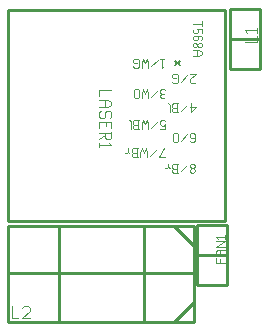
<source format=gbr>
G04 start of page 8 for group -4079 idx -4079 *
G04 Title: (unknown), topsilk *
G04 Creator: pcb 1.99z *
G04 CreationDate: Thu Dec 10 02:54:21 2015 UTC *
G04 For: commonadmin *
G04 Format: Gerber/RS-274X *
G04 PCB-Dimensions (mil): 900.00 1100.00 *
G04 PCB-Coordinate-Origin: lower left *
%MOIN*%
%FSLAX25Y25*%
%LNTOPSILK*%
%ADD67C,0.0040*%
%ADD66C,0.0030*%
%ADD65C,0.0030*%
%ADD64C,0.0060*%
%ADD63C,0.0100*%
G54D63*X44930Y108270D02*X73906D01*
Y52719D02*Y37798D01*
X44930D02*X73906D01*
Y108270D02*Y94491D01*
G54D64*X58749Y91302D02*X57174Y89727D01*
Y91302D02*X58749Y89727D01*
G54D63*X1465Y108270D02*Y37798D01*
Y108270D02*X44969D01*
X1465Y37798D02*X44969D01*
G54D65*X53453Y62138D02*X51953Y59138D01*
X53828D01*
X51053Y61763D02*X48803Y59513D01*
X47903Y60638D02*Y59138D01*
Y60638D02*X47528Y62138D01*
X46778Y60638D01*
X46028Y62138D01*
X45653Y60638D01*
Y59138D01*
X43253Y62138D02*X44753D01*
X43253D02*X42878Y61763D01*
Y60863D01*
X43253Y60488D02*X42878Y60863D01*
X43253Y60488D02*X44378D01*
Y62138D02*Y59138D01*
X43253D02*X44753D01*
X43253D02*X42878Y59513D01*
Y60113D02*Y59513D01*
X43253Y60488D02*X42878Y60113D01*
X41603Y62138D02*Y61013D01*
X41228Y60638D01*
X40478D02*X41228D01*
X41978D02*X41603Y61013D01*
X63670Y56645D02*X63295Y57020D01*
X63670Y56645D02*Y56045D01*
X63145Y55520D01*
X62695D02*X63145D01*
X62695D02*X62170Y56045D01*
Y56645D02*Y56045D01*
X62545Y57020D02*X62170Y56645D01*
X62545Y57020D02*X63295D01*
X63670Y54995D02*X63145Y55520D01*
X63670Y54995D02*Y54395D01*
X63295Y54020D01*
X62545D02*X63295D01*
X62545D02*X62170Y54395D01*
Y54995D02*Y54395D01*
X62695Y55520D02*X62170Y54995D01*
X61270Y56645D02*X59020Y54395D01*
X56620Y57020D02*X58120D01*
X56620D02*X56245Y56645D01*
Y55745D01*
X56620Y55370D02*X56245Y55745D01*
X56620Y55370D02*X57745D01*
Y57020D02*Y54020D01*
X56620D02*X58120D01*
X56620D02*X56245Y54395D01*
Y54995D02*Y54395D01*
X56620Y55370D02*X56245Y54995D01*
X54970Y57020D02*Y55895D01*
X54595Y55520D01*
X53845D02*X54595D01*
X55345D02*X54970Y55895D01*
X62545Y64256D02*X62170Y64631D01*
X62545Y64256D02*X63295D01*
X63670Y64631D02*X63295Y64256D01*
X63670Y66881D02*Y64631D01*
Y66881D02*X63295Y67256D01*
X62545Y65606D02*X62170Y65981D01*
X62545Y65606D02*X63670D01*
X62545Y67256D02*X63295D01*
X62545D02*X62170Y66881D01*
Y65981D01*
X61270Y66881D02*X59020Y64631D01*
X58120Y66881D02*Y64631D01*
X57745Y64256D01*
X56995D02*X57745D01*
X56995D02*X56620Y64631D01*
Y66881D02*Y64631D01*
X56995Y67256D02*X56620Y66881D01*
X56995Y67256D02*X57745D01*
X58120Y66881D02*X57745Y67256D01*
X52328Y68587D02*X53828D01*
Y70087D02*Y68587D01*
Y70087D02*X53453Y69712D01*
X52703D02*X53453D01*
X52703D02*X52328Y70087D01*
Y71212D02*Y70087D01*
X52703Y71587D02*X52328Y71212D01*
X52703Y71587D02*X53453D01*
X53828Y71212D02*X53453Y71587D01*
X51428Y71212D02*X49178Y68962D01*
X48278Y70087D02*Y68587D01*
Y70087D02*X47903Y71587D01*
X47153Y70087D01*
X46403Y71587D01*
X46028Y70087D01*
Y68587D01*
X43628Y71587D02*X45128D01*
X43628D02*X43253Y71212D01*
Y70312D01*
X43628Y69937D02*X43253Y70312D01*
X43628Y69937D02*X44753D01*
Y71587D02*Y68587D01*
X43628D02*X45128D01*
X43628D02*X43253Y68962D01*
Y69562D02*Y68962D01*
X43628Y69937D02*X43253Y69562D01*
X42353Y71212D02*Y68587D01*
Y71212D02*X41978Y71587D01*
X64064Y75974D02*X62564Y74099D01*
X62189Y75974D02*X64064D01*
X62564Y77099D02*Y74099D01*
X61289Y76724D02*X59039Y74474D01*
X56639Y77099D02*X58139D01*
X56639D02*X56264Y76724D01*
Y75824D01*
X56639Y75449D02*X56264Y75824D01*
X56639Y75449D02*X57764D01*
Y77099D02*Y74099D01*
X56639D02*X58139D01*
X56639D02*X56264Y74474D01*
Y75074D02*Y74474D01*
X56639Y75449D02*X56264Y75074D01*
X55364Y76724D02*Y74099D01*
Y76724D02*X54989Y77099D01*
X53828Y79198D02*X53453Y78823D01*
X52703D02*X53453D01*
X52703D02*X52328Y79198D01*
X52703Y81823D02*X52328Y81448D01*
X52703Y81823D02*X53453D01*
X53828Y81448D02*X53453Y81823D01*
X52703Y80173D02*X53453D01*
X52328Y79798D02*Y79198D01*
Y81448D02*Y80548D01*
X52703Y80173D01*
X52328Y79798D02*X52703Y80173D01*
X51428Y81448D02*X49178Y79198D01*
X48278Y80323D02*Y78823D01*
Y80323D02*X47903Y81823D01*
X47153Y80323D01*
X46403Y81823D01*
X46028Y80323D01*
Y78823D01*
X45128Y81448D02*Y79198D01*
X44753Y78823D01*
X44003D02*X44753D01*
X44003D02*X43628Y79198D01*
Y81448D02*Y79198D01*
X44003Y81823D02*X43628Y81448D01*
X44003Y81823D02*X44753D01*
X45128Y81448D02*X44753Y81823D01*
X66070Y104451D02*Y102951D01*
X63070Y103701D02*X66070D01*
Y102051D02*Y100551D01*
X64570Y102051D02*X66070D01*
X64570D02*X64945Y101676D01*
Y100926D01*
X64570Y100551D01*
X63445D02*X64570D01*
X63070Y100926D02*X63445Y100551D01*
X63070Y101676D02*Y100926D01*
X63445Y102051D02*X63070Y101676D01*
X66070Y98526D02*X65695Y98151D01*
X66070Y99276D02*Y98526D01*
X65695Y99651D02*X66070Y99276D01*
X63445Y99651D02*X65695D01*
X63445D02*X63070Y99276D01*
X64720Y98526D02*X64345Y98151D01*
X64720Y99651D02*Y98526D01*
X63070Y99276D02*Y98526D01*
X63445Y98151D01*
X64345D01*
X63445Y97251D02*X63070Y96876D01*
X63445Y97251D02*X64045D01*
X64570Y96726D01*
Y96276D01*
X64045Y95751D01*
X63445D02*X64045D01*
X63070Y96126D02*X63445Y95751D01*
X63070Y96876D02*Y96126D01*
X65095Y97251D02*X64570Y96726D01*
X65095Y97251D02*X65695D01*
X66070Y96876D01*
Y96126D01*
X65695Y95751D01*
X65095D02*X65695D01*
X64570Y96276D02*X65095Y95751D01*
X63070Y94851D02*X65320D01*
X66070Y94326D01*
Y93501D01*
X65320Y92976D01*
X63070D02*X65320D01*
X64570Y94851D02*Y92976D01*
X64064Y84316D02*X63689Y83941D01*
X62564D02*X63689D01*
X62564D02*X62189Y84316D01*
Y85066D02*Y84316D01*
X64064Y86941D02*X62189Y85066D01*
Y86941D02*X64064D01*
X61289Y86566D02*X59039Y84316D01*
X56639Y83941D02*X56264Y84316D01*
X56639Y83941D02*X57764D01*
X58139Y84316D02*X57764Y83941D01*
X58139Y86566D02*Y84316D01*
Y86566D02*X57764Y86941D01*
X56639D02*X57764D01*
X56639D02*X56264Y86566D01*
Y85816D01*
X56639Y85441D02*X56264Y85816D01*
X56639Y85441D02*X57389D01*
X53434Y89659D02*X52834Y89059D01*
Y92059D02*Y89059D01*
X52309Y92059D02*X53434D01*
X51409Y91684D02*X49159Y89434D01*
X48259Y90559D02*Y89059D01*
Y90559D02*X47884Y92059D01*
X47134Y90559D01*
X46384Y92059D01*
X46009Y90559D01*
Y89059D01*
X43609D02*X43234Y89434D01*
X43609Y89059D02*X44734D01*
X45109Y89434D02*X44734Y89059D01*
X45109Y91684D02*Y89434D01*
Y91684D02*X44734Y92059D01*
X43609D02*X44734D01*
X43609D02*X43234Y91684D01*
Y90934D01*
X43609Y90559D02*X43234Y90934D01*
X43609Y90559D02*X44359D01*
G54D63*X74500Y36500D02*Y16500D01*
X64500Y36500D02*X74500D01*
X64500D02*Y16500D01*
X74500D01*
X64500Y26500D02*X74500D01*
X64500D02*Y16500D01*
X1571Y36248D02*Y4358D01*
X63382D01*
Y36248D01*
X1571D01*
X56689D02*X63382Y29555D01*
X56689Y4358D02*X63382Y11051D01*
X18500Y36248D02*Y4358D01*
X46846Y36248D02*Y4358D01*
X1571Y20500D02*X63382D01*
X85500Y108500D02*Y88500D01*
X75500Y108500D02*X85500D01*
X75500D02*Y88500D01*
X85500D01*
X75500Y98500D02*X85500D01*
X75500D02*Y88500D01*
X73945Y95500D02*Y50500D01*
Y108256D02*Y94476D01*
X44969Y37783D02*X73945D01*
Y52705D02*Y37783D01*
X1504D02*X45008D01*
X44969Y108256D02*X73945D01*
X1504D02*X45008D01*
X1504D02*Y37783D01*
G54D66*X70760Y24000D02*X73800D01*
X70760Y25520D02*Y24000D01*
X72128Y25140D02*Y24000D01*
X71520Y26432D02*X73800D01*
X71520D02*X70760Y26964D01*
Y27800D02*Y26964D01*
Y27800D02*X71520Y28332D01*
X73800D01*
X72280D02*Y26432D01*
X70760Y29244D02*X73800D01*
X70760D02*X73800Y31144D01*
X70760D02*X73800D01*
X71368Y32056D02*X70760Y32664D01*
X73800D01*
Y33196D02*Y32056D01*
G54D67*X3000Y9500D02*Y5500D01*
X5000D01*
X6200Y9000D02*X6700Y9500D01*
X8200D01*
X8700Y9000D01*
Y8000D01*
X6200Y5500D02*X8700Y8000D01*
X6200Y5500D02*X8700D01*
X80500Y97500D02*X84500D01*
Y99500D02*Y97500D01*
X81300Y100700D02*X80500Y101500D01*
X84500D01*
Y102200D02*Y100700D01*
X32000Y81500D02*X36000D01*
X32000D02*Y79500D01*
Y78300D02*X35000D01*
X36000Y77600D01*
Y76500D01*
X35000Y75800D01*
X32000D02*X35000D01*
X34000Y78300D02*Y75800D01*
X36000Y72600D02*X35500Y72100D01*
X36000Y74100D02*Y72600D01*
X35500Y74600D02*X36000Y74100D01*
X34500Y74600D02*X35500D01*
X34500D02*X34000Y74100D01*
Y72600D01*
X33500Y72100D01*
X32500D02*X33500D01*
X32000Y72600D02*X32500Y72100D01*
X32000Y74100D02*Y72600D01*
X32500Y74600D02*X32000Y74100D01*
X34200Y70900D02*Y69400D01*
X32000Y70900D02*Y68900D01*
Y70900D02*X36000D01*
Y68900D01*
Y67700D02*Y65700D01*
X35500Y65200D01*
X34500D02*X35500D01*
X34000Y65700D02*X34500Y65200D01*
X34000Y67200D02*Y65700D01*
X32000Y67200D02*X36000D01*
X34000Y66400D02*X32000Y65200D01*
X35200Y64000D02*X36000Y63200D01*
X32000D02*X36000D01*
X32000Y64000D02*Y62500D01*
M02*

</source>
